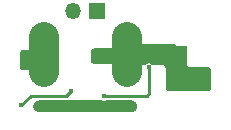
<source format=gbr>
%TF.GenerationSoftware,KiCad,Pcbnew,7.0.8*%
%TF.CreationDate,2023-11-05T18:16:56+01:00*%
%TF.ProjectId,battery-protection,62617474-6572-4792-9d70-726f74656374,2*%
%TF.SameCoordinates,Original*%
%TF.FileFunction,Copper,L2,Bot*%
%TF.FilePolarity,Positive*%
%FSLAX46Y46*%
G04 Gerber Fmt 4.6, Leading zero omitted, Abs format (unit mm)*
G04 Created by KiCad (PCBNEW 7.0.8) date 2023-11-05 18:16:56*
%MOMM*%
%LPD*%
G01*
G04 APERTURE LIST*
%TA.AperFunction,ComponentPad*%
%ADD10R,1.350000X1.350000*%
%TD*%
%TA.AperFunction,ComponentPad*%
%ADD11O,1.350000X1.350000*%
%TD*%
%TA.AperFunction,ViaPad*%
%ADD12C,0.400000*%
%TD*%
%TA.AperFunction,ViaPad*%
%ADD13C,0.550000*%
%TD*%
%TA.AperFunction,Conductor*%
%ADD14C,0.250000*%
%TD*%
%TA.AperFunction,Conductor*%
%ADD15C,2.500000*%
%TD*%
G04 APERTURE END LIST*
D10*
%TO.P,J2,1,Pin_1*%
%TO.N,/EXT-*%
X147000000Y-91250000D03*
D11*
%TO.P,J2,2,Pin_2*%
%TO.N,/BAT+*%
X145000000Y-91250000D03*
%TD*%
D12*
%TO.N,/BAT+*%
X156350000Y-97000000D03*
X156350000Y-97600000D03*
X156350000Y-96400000D03*
X146800000Y-95350000D03*
X147400000Y-94750000D03*
X155750000Y-97600000D03*
X155750000Y-96400000D03*
X146800000Y-94750000D03*
X147400000Y-95350000D03*
X155750000Y-97000000D03*
%TO.N,/BAT-*%
X140800000Y-94800000D03*
X140800000Y-96000000D03*
X140800000Y-95400000D03*
%TO.N,/DO*%
X144800000Y-98000000D03*
X140600000Y-99200000D03*
%TO.N,/CO*%
X151400000Y-96000000D03*
X147600000Y-98400000D03*
D13*
%TO.N,/FET_CON*%
X142800000Y-99400000D03*
X143600000Y-99400000D03*
X149200000Y-99400000D03*
X150000000Y-99400000D03*
X148400000Y-99400000D03*
X142000000Y-99400000D03*
%TD*%
D14*
%TO.N,/CO*%
X147600000Y-98400000D02*
X151200000Y-98400000D01*
X151200000Y-98400000D02*
X151400000Y-98200000D01*
X151400000Y-98200000D02*
X151400000Y-96000000D01*
%TO.N,/DO*%
X141400000Y-98400000D02*
X140600000Y-99200000D01*
X144400000Y-98400000D02*
X141400000Y-98400000D01*
X144800000Y-98000000D02*
X144400000Y-98400000D01*
D15*
%TO.N,/BAT+*%
X149500000Y-93400000D02*
X149500000Y-96400000D01*
%TO.N,/BAT-*%
X142500000Y-93400000D02*
X142500000Y-96400000D01*
%TD*%
%TA.AperFunction,Conductor*%
%TO.N,/BAT-*%
G36*
X142757148Y-94501422D02*
G01*
X142801363Y-94510216D01*
X142831233Y-94516158D01*
X142857909Y-94527207D01*
X142914537Y-94565045D01*
X142934954Y-94585462D01*
X142972792Y-94642090D01*
X142983841Y-94668765D01*
X142998578Y-94742851D01*
X143000000Y-94757288D01*
X143000000Y-95992711D01*
X142998578Y-96007148D01*
X142983841Y-96081234D01*
X142972792Y-96107909D01*
X142934954Y-96164537D01*
X142914537Y-96184954D01*
X142857909Y-96222792D01*
X142831234Y-96233841D01*
X142757149Y-96248578D01*
X142742712Y-96250000D01*
X140757288Y-96250000D01*
X140742851Y-96248578D01*
X140668765Y-96233841D01*
X140642090Y-96222792D01*
X140585462Y-96184954D01*
X140565045Y-96164537D01*
X140527207Y-96107909D01*
X140516158Y-96081233D01*
X140501422Y-96007147D01*
X140500000Y-95992711D01*
X140500000Y-94757288D01*
X140501422Y-94742852D01*
X140516158Y-94668766D01*
X140516159Y-94668765D01*
X140516158Y-94668764D01*
X140527205Y-94642093D01*
X140565045Y-94585461D01*
X140585462Y-94565045D01*
X140642093Y-94527205D01*
X140668764Y-94516158D01*
X140715905Y-94506781D01*
X140742852Y-94501422D01*
X140757288Y-94500000D01*
X142742712Y-94500000D01*
X142757148Y-94501422D01*
G37*
%TD.AperFunction*%
%TD*%
%TA.AperFunction,Conductor*%
%TO.N,/FET_CON*%
G36*
X147403690Y-98812808D02*
G01*
X147404488Y-98811062D01*
X147410930Y-98814003D01*
X147410931Y-98814004D01*
X147535228Y-98850500D01*
X147535230Y-98850500D01*
X147664770Y-98850500D01*
X147664772Y-98850500D01*
X147789069Y-98814004D01*
X147789071Y-98814002D01*
X147795512Y-98811062D01*
X147796309Y-98812808D01*
X147839929Y-98800000D01*
X149896753Y-98800000D01*
X149903220Y-98800424D01*
X149918306Y-98802410D01*
X150016489Y-98815336D01*
X150041447Y-98822023D01*
X150137960Y-98862000D01*
X150160336Y-98874918D01*
X150243216Y-98938515D01*
X150261484Y-98956783D01*
X150325079Y-99039660D01*
X150338001Y-99062042D01*
X150377975Y-99158548D01*
X150384664Y-99183513D01*
X150398298Y-99287079D01*
X150398298Y-99312922D01*
X150384664Y-99416487D01*
X150377975Y-99441451D01*
X150338001Y-99537957D01*
X150325079Y-99560339D01*
X150261487Y-99643213D01*
X150243213Y-99661487D01*
X150160339Y-99725079D01*
X150137957Y-99738001D01*
X150041451Y-99777975D01*
X150016487Y-99784664D01*
X149907019Y-99799076D01*
X149900551Y-99799500D01*
X142099449Y-99799500D01*
X142092981Y-99799076D01*
X141983512Y-99784664D01*
X141958548Y-99777975D01*
X141862042Y-99738001D01*
X141839660Y-99725079D01*
X141756783Y-99661484D01*
X141738515Y-99643216D01*
X141674918Y-99560336D01*
X141662000Y-99537960D01*
X141622023Y-99441447D01*
X141615336Y-99416491D01*
X141601701Y-99312920D01*
X141601701Y-99287079D01*
X141615336Y-99183508D01*
X141622022Y-99158554D01*
X141662001Y-99062035D01*
X141674916Y-99039666D01*
X141738518Y-98956779D01*
X141756779Y-98938518D01*
X141839666Y-98874916D01*
X141862035Y-98862001D01*
X141958554Y-98822022D01*
X141983508Y-98815336D01*
X142084332Y-98802062D01*
X142096780Y-98800424D01*
X142103247Y-98800000D01*
X147360071Y-98800000D01*
X147403690Y-98812808D01*
G37*
%TD.AperFunction*%
%TD*%
%TA.AperFunction,Conductor*%
%TO.N,/BAT+*%
G36*
X153526258Y-94017313D02*
G01*
X153531017Y-94021673D01*
X153553458Y-94044114D01*
X153668189Y-94120775D01*
X153668190Y-94120775D01*
X153668191Y-94120776D01*
X153719655Y-94142093D01*
X153795672Y-94173580D01*
X153931007Y-94200500D01*
X153931009Y-94200500D01*
X154526000Y-94200500D01*
X154573566Y-94217813D01*
X154598876Y-94261650D01*
X154600000Y-94274500D01*
X154600000Y-95749999D01*
X154619029Y-95845670D01*
X154637440Y-95873223D01*
X154673223Y-95926777D01*
X154754329Y-95980970D01*
X154850000Y-96000000D01*
X156392712Y-96000000D01*
X156407148Y-96001422D01*
X156451363Y-96010216D01*
X156481233Y-96016158D01*
X156507909Y-96027207D01*
X156564537Y-96065045D01*
X156584954Y-96085462D01*
X156622792Y-96142090D01*
X156633841Y-96168765D01*
X156648578Y-96242851D01*
X156650000Y-96257288D01*
X156650000Y-97742711D01*
X156648578Y-97757148D01*
X156633841Y-97831234D01*
X156622792Y-97857909D01*
X156584954Y-97914537D01*
X156564537Y-97934954D01*
X156507909Y-97972792D01*
X156481234Y-97983841D01*
X156407149Y-97998578D01*
X156392712Y-98000000D01*
X153057288Y-98000000D01*
X153042851Y-97998578D01*
X152968765Y-97983841D01*
X152942090Y-97972792D01*
X152885462Y-97934954D01*
X152865045Y-97914537D01*
X152827207Y-97857909D01*
X152816158Y-97831233D01*
X152801422Y-97757147D01*
X152800000Y-97742711D01*
X152800000Y-96050000D01*
X152780970Y-95954329D01*
X152726777Y-95873223D01*
X152726776Y-95873222D01*
X152645670Y-95819029D01*
X152569029Y-95803785D01*
X152550000Y-95800000D01*
X152549999Y-95800000D01*
X151726333Y-95800000D01*
X151678767Y-95782687D01*
X151674018Y-95778336D01*
X151608587Y-95712905D01*
X151509660Y-95662499D01*
X151400000Y-95645131D01*
X151290339Y-95662499D01*
X151191412Y-95712905D01*
X151169364Y-95734954D01*
X151125991Y-95778326D01*
X151080117Y-95799718D01*
X151073667Y-95800000D01*
X149857288Y-95800000D01*
X149842851Y-95798578D01*
X149768765Y-95783841D01*
X149742090Y-95772792D01*
X149685462Y-95734954D01*
X149665045Y-95714537D01*
X149627207Y-95657909D01*
X149616158Y-95631233D01*
X149601422Y-95557147D01*
X149600000Y-95542711D01*
X149600000Y-94257288D01*
X149601422Y-94242852D01*
X149609846Y-94200500D01*
X149616158Y-94168764D01*
X149627205Y-94142093D01*
X149665045Y-94085461D01*
X149685462Y-94065045D01*
X149742093Y-94027205D01*
X149768764Y-94016158D01*
X149815905Y-94006781D01*
X149842852Y-94001422D01*
X149857288Y-94000000D01*
X153478692Y-94000000D01*
X153526258Y-94017313D01*
G37*
%TD.AperFunction*%
%TD*%
%TA.AperFunction,Conductor*%
%TO.N,/BAT+*%
G36*
X148557148Y-94401422D02*
G01*
X148601363Y-94410216D01*
X148631233Y-94416158D01*
X148657909Y-94427207D01*
X148714537Y-94465045D01*
X148734954Y-94485462D01*
X148772792Y-94542090D01*
X148783841Y-94568765D01*
X148798578Y-94642851D01*
X148800000Y-94657288D01*
X148800000Y-95442711D01*
X148798578Y-95457148D01*
X148783841Y-95531234D01*
X148772792Y-95557909D01*
X148734954Y-95614537D01*
X148714537Y-95634954D01*
X148657909Y-95672792D01*
X148631234Y-95683841D01*
X148557149Y-95698578D01*
X148542712Y-95700000D01*
X146757288Y-95700000D01*
X146742851Y-95698578D01*
X146668765Y-95683841D01*
X146642090Y-95672792D01*
X146585462Y-95634954D01*
X146565045Y-95614537D01*
X146527207Y-95557909D01*
X146516158Y-95531233D01*
X146501422Y-95457147D01*
X146500000Y-95442711D01*
X146500000Y-94657288D01*
X146501422Y-94642852D01*
X146516158Y-94568766D01*
X146516159Y-94568765D01*
X146516158Y-94568764D01*
X146527205Y-94542093D01*
X146565045Y-94485461D01*
X146585462Y-94465045D01*
X146642093Y-94427205D01*
X146668764Y-94416158D01*
X146715905Y-94406781D01*
X146742852Y-94401422D01*
X146757288Y-94400000D01*
X148542712Y-94400000D01*
X148557148Y-94401422D01*
G37*
%TD.AperFunction*%
%TD*%
M02*

</source>
